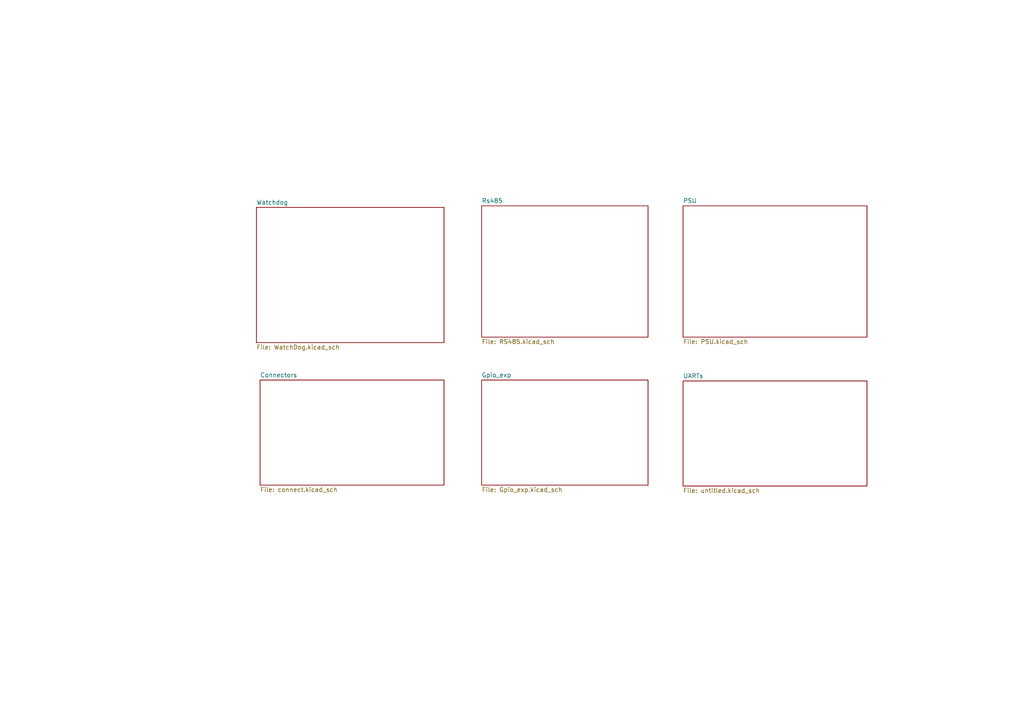
<source format=kicad_sch>
(kicad_sch
	(version 20231120)
	(generator "eeschema")
	(generator_version "8.0")
	(uuid "0fa750ff-d798-4628-933a-d4db32ca87a5")
	(paper "A4")
	(lib_symbols)
	(sheet
		(at 75.438 110.236)
		(size 53.34 30.48)
		(fields_autoplaced yes)
		(stroke
			(width 0.1524)
			(type solid)
		)
		(fill
			(color 0 0 0 0.0000)
		)
		(uuid "087a7e08-6b05-4b99-9fd5-3659e0e50e35")
		(property "Sheetname" "Connectors"
			(at 75.438 109.5244 0)
			(effects
				(font
					(size 1.27 1.27)
				)
				(justify left bottom)
			)
		)
		(property "Sheetfile" "connect.kicad_sch"
			(at 75.438 141.3006 0)
			(effects
				(font
					(size 1.27 1.27)
				)
				(justify left top)
			)
		)
		(instances
			(project "mallow_adapt_v1.3"
				(path "/0fa750ff-d798-4628-933a-d4db32ca87a5"
					(page "2")
				)
			)
		)
	)
	(sheet
		(at 198.12 110.49)
		(size 53.34 30.48)
		(fields_autoplaced yes)
		(stroke
			(width 0.1524)
			(type solid)
		)
		(fill
			(color 0 0 0 0.0000)
		)
		(uuid "9456cc36-9d68-477a-8808-214caacc973a")
		(property "Sheetname" "UARTs"
			(at 198.12 109.7784 0)
			(effects
				(font
					(size 1.27 1.27)
				)
				(justify left bottom)
			)
		)
		(property "Sheetfile" "untitled.kicad_sch"
			(at 198.12 141.5546 0)
			(effects
				(font
					(size 1.27 1.27)
				)
				(justify left top)
			)
		)
		(instances
			(project "mallow_adapt_v1.3"
				(path "/0fa750ff-d798-4628-933a-d4db32ca87a5"
					(page "7")
				)
			)
		)
	)
	(sheet
		(at 198.12 59.69)
		(size 53.34 38.1)
		(fields_autoplaced yes)
		(stroke
			(width 0.1524)
			(type solid)
		)
		(fill
			(color 0 0 0 0.0000)
		)
		(uuid "c61bd5e6-60bd-451c-82e0-963a1ceff0c6")
		(property "Sheetname" "PSU"
			(at 198.12 58.9784 0)
			(effects
				(font
					(size 1.27 1.27)
				)
				(justify left bottom)
			)
		)
		(property "Sheetfile" "PSU.kicad_sch"
			(at 198.12 98.3746 0)
			(effects
				(font
					(size 1.27 1.27)
				)
				(justify left top)
			)
		)
		(instances
			(project "mallow_adapt_v1.3"
				(path "/0fa750ff-d798-4628-933a-d4db32ca87a5"
					(page "3")
				)
			)
		)
	)
	(sheet
		(at 74.3712 60.1472)
		(size 54.4068 39.243)
		(fields_autoplaced yes)
		(stroke
			(width 0.1524)
			(type solid)
		)
		(fill
			(color 0 0 0 0.0000)
		)
		(uuid "ca604fd1-c44c-4476-9c6a-089ff2349dad")
		(property "Sheetname" "Watchdog"
			(at 74.3712 59.4356 0)
			(effects
				(font
					(size 1.27 1.27)
				)
				(justify left bottom)
			)
		)
		(property "Sheetfile" "WatchDog.kicad_sch"
			(at 74.3712 99.9748 0)
			(effects
				(font
					(size 1.27 1.27)
				)
				(justify left top)
			)
		)
		(instances
			(project "mallow_adapt_v1.3"
				(path "/0fa750ff-d798-4628-933a-d4db32ca87a5"
					(page "5")
				)
			)
		)
	)
	(sheet
		(at 139.7 110.236)
		(size 48.26 30.48)
		(fields_autoplaced yes)
		(stroke
			(width 0.1524)
			(type solid)
		)
		(fill
			(color 0 0 0 0.0000)
		)
		(uuid "da7fdde1-663c-4669-a053-c9cfd10c723b")
		(property "Sheetname" "Gpio_exp"
			(at 139.7 109.5244 0)
			(effects
				(font
					(size 1.27 1.27)
				)
				(justify left bottom)
			)
		)
		(property "Sheetfile" "Gpio_exp.kicad_sch"
			(at 139.7 141.3006 0)
			(effects
				(font
					(size 1.27 1.27)
				)
				(justify left top)
			)
		)
		(instances
			(project "mallow_adapt_v1.3"
				(path "/0fa750ff-d798-4628-933a-d4db32ca87a5"
					(page "6")
				)
			)
		)
	)
	(sheet
		(at 139.7 59.69)
		(size 48.26 38.1)
		(fields_autoplaced yes)
		(stroke
			(width 0.1524)
			(type solid)
		)
		(fill
			(color 0 0 0 0.0000)
		)
		(uuid "e73e7cf2-0e09-4c4c-ad97-fde5e176288c")
		(property "Sheetname" "Rs485"
			(at 139.7 58.9784 0)
			(effects
				(font
					(size 1.27 1.27)
				)
				(justify left bottom)
			)
		)
		(property "Sheetfile" "RS485.kicad_sch"
			(at 139.7 98.3746 0)
			(effects
				(font
					(size 1.27 1.27)
				)
				(justify left top)
			)
		)
		(instances
			(project "mallow_adapt_v1.3"
				(path "/0fa750ff-d798-4628-933a-d4db32ca87a5"
					(page "4")
				)
			)
		)
	)
	(sheet_instances
		(path "/"
			(page "1")
		)
	)
)

</source>
